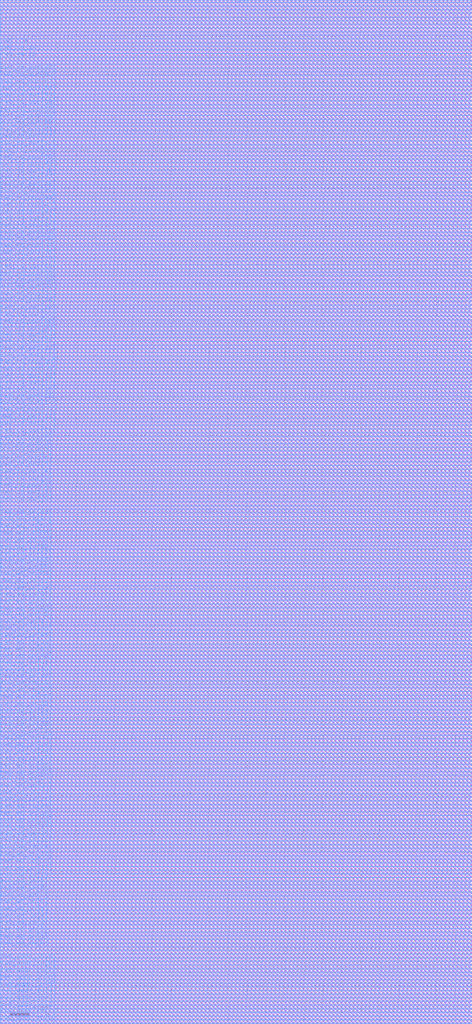
<source format=lef>
# Generated by FakeRAM 2.0
VERSION 5.7 ;
BUSBITCHARS "[]" ;
PROPERTYDEFINITIONS
  MACRO width INTEGER ;
  MACRO depth INTEGER ;
  MACRO banks INTEGER ;
END PROPERTYDEFINITIONS
MACRO liteeth_1rw1r_64w1024d_sram
  PROPERTY width 64 ;
  PROPERTY depth 1024 ;
  PROPERTY banks 1 ;
  FOREIGN liteeth_1rw1r_64w1024d_sram 0 0 ;
  SYMMETRY X Y R90 ;
  SIZE 49.767 BY 107.828 ;
  CLASS BLOCK ;
  PIN r0_addr_in[0]
    DIRECTION INPUT ;
    USE SIGNAL ;
    SHAPE ABUTMENT ;
    PORT
      LAYER M4 ;
      RECT 49.743 0.048 49.767 0.072 ;
    END
  END r0_addr_in[0]
  PIN r0_addr_in[1]
    DIRECTION INPUT ;
    USE SIGNAL ;
    SHAPE ABUTMENT ;
    PORT
      LAYER M4 ;
      RECT 49.743 0.768 49.767 0.792 ;
    END
  END r0_addr_in[1]
  PIN r0_addr_in[2]
    DIRECTION INPUT ;
    USE SIGNAL ;
    SHAPE ABUTMENT ;
    PORT
      LAYER M4 ;
      RECT 49.743 1.488 49.767 1.512 ;
    END
  END r0_addr_in[2]
  PIN r0_addr_in[3]
    DIRECTION INPUT ;
    USE SIGNAL ;
    SHAPE ABUTMENT ;
    PORT
      LAYER M4 ;
      RECT 49.743 2.208 49.767 2.232 ;
    END
  END r0_addr_in[3]
  PIN r0_addr_in[4]
    DIRECTION INPUT ;
    USE SIGNAL ;
    SHAPE ABUTMENT ;
    PORT
      LAYER M4 ;
      RECT 49.743 2.928 49.767 2.952 ;
    END
  END r0_addr_in[4]
  PIN r0_addr_in[5]
    DIRECTION INPUT ;
    USE SIGNAL ;
    SHAPE ABUTMENT ;
    PORT
      LAYER M4 ;
      RECT 49.743 3.648 49.767 3.672 ;
    END
  END r0_addr_in[5]
  PIN r0_addr_in[6]
    DIRECTION INPUT ;
    USE SIGNAL ;
    SHAPE ABUTMENT ;
    PORT
      LAYER M4 ;
      RECT 49.743 4.368 49.767 4.392 ;
    END
  END r0_addr_in[6]
  PIN r0_addr_in[7]
    DIRECTION INPUT ;
    USE SIGNAL ;
    SHAPE ABUTMENT ;
    PORT
      LAYER M4 ;
      RECT 49.743 5.088 49.767 5.112 ;
    END
  END r0_addr_in[7]
  PIN r0_addr_in[8]
    DIRECTION INPUT ;
    USE SIGNAL ;
    SHAPE ABUTMENT ;
    PORT
      LAYER M4 ;
      RECT 49.743 5.808 49.767 5.832 ;
    END
  END r0_addr_in[8]
  PIN r0_addr_in[9]
    DIRECTION INPUT ;
    USE SIGNAL ;
    SHAPE ABUTMENT ;
    PORT
      LAYER M4 ;
      RECT 49.743 6.528 49.767 6.552 ;
    END
  END r0_addr_in[9]
  PIN r0_rd_out[0]
    DIRECTION OUTPUT ;
    USE SIGNAL ;
    SHAPE ABUTMENT ;
    PORT
      LAYER M4 ;
      RECT 49.743 7.968 49.767 7.992 ;
    END
  END r0_rd_out[0]
  PIN r0_rd_out[1]
    DIRECTION OUTPUT ;
    USE SIGNAL ;
    SHAPE ABUTMENT ;
    PORT
      LAYER M4 ;
      RECT 49.743 8.688 49.767 8.712 ;
    END
  END r0_rd_out[1]
  PIN r0_rd_out[2]
    DIRECTION OUTPUT ;
    USE SIGNAL ;
    SHAPE ABUTMENT ;
    PORT
      LAYER M4 ;
      RECT 49.743 9.408 49.767 9.432 ;
    END
  END r0_rd_out[2]
  PIN r0_rd_out[3]
    DIRECTION OUTPUT ;
    USE SIGNAL ;
    SHAPE ABUTMENT ;
    PORT
      LAYER M4 ;
      RECT 49.743 10.128 49.767 10.152 ;
    END
  END r0_rd_out[3]
  PIN r0_rd_out[4]
    DIRECTION OUTPUT ;
    USE SIGNAL ;
    SHAPE ABUTMENT ;
    PORT
      LAYER M4 ;
      RECT 49.743 10.848 49.767 10.872 ;
    END
  END r0_rd_out[4]
  PIN r0_rd_out[5]
    DIRECTION OUTPUT ;
    USE SIGNAL ;
    SHAPE ABUTMENT ;
    PORT
      LAYER M4 ;
      RECT 49.743 11.568 49.767 11.592 ;
    END
  END r0_rd_out[5]
  PIN r0_rd_out[6]
    DIRECTION OUTPUT ;
    USE SIGNAL ;
    SHAPE ABUTMENT ;
    PORT
      LAYER M4 ;
      RECT 49.743 12.288 49.767 12.312 ;
    END
  END r0_rd_out[6]
  PIN r0_rd_out[7]
    DIRECTION OUTPUT ;
    USE SIGNAL ;
    SHAPE ABUTMENT ;
    PORT
      LAYER M4 ;
      RECT 49.743 13.008 49.767 13.032 ;
    END
  END r0_rd_out[7]
  PIN r0_rd_out[8]
    DIRECTION OUTPUT ;
    USE SIGNAL ;
    SHAPE ABUTMENT ;
    PORT
      LAYER M4 ;
      RECT 49.743 13.728 49.767 13.752 ;
    END
  END r0_rd_out[8]
  PIN r0_rd_out[9]
    DIRECTION OUTPUT ;
    USE SIGNAL ;
    SHAPE ABUTMENT ;
    PORT
      LAYER M4 ;
      RECT 49.743 14.448 49.767 14.472 ;
    END
  END r0_rd_out[9]
  PIN r0_rd_out[10]
    DIRECTION OUTPUT ;
    USE SIGNAL ;
    SHAPE ABUTMENT ;
    PORT
      LAYER M4 ;
      RECT 49.743 15.168 49.767 15.192 ;
    END
  END r0_rd_out[10]
  PIN r0_rd_out[11]
    DIRECTION OUTPUT ;
    USE SIGNAL ;
    SHAPE ABUTMENT ;
    PORT
      LAYER M4 ;
      RECT 49.743 15.888 49.767 15.912 ;
    END
  END r0_rd_out[11]
  PIN r0_rd_out[12]
    DIRECTION OUTPUT ;
    USE SIGNAL ;
    SHAPE ABUTMENT ;
    PORT
      LAYER M4 ;
      RECT 49.743 16.608 49.767 16.632 ;
    END
  END r0_rd_out[12]
  PIN r0_rd_out[13]
    DIRECTION OUTPUT ;
    USE SIGNAL ;
    SHAPE ABUTMENT ;
    PORT
      LAYER M4 ;
      RECT 49.743 17.328 49.767 17.352 ;
    END
  END r0_rd_out[13]
  PIN r0_rd_out[14]
    DIRECTION OUTPUT ;
    USE SIGNAL ;
    SHAPE ABUTMENT ;
    PORT
      LAYER M4 ;
      RECT 49.743 18.048 49.767 18.072 ;
    END
  END r0_rd_out[14]
  PIN r0_rd_out[15]
    DIRECTION OUTPUT ;
    USE SIGNAL ;
    SHAPE ABUTMENT ;
    PORT
      LAYER M4 ;
      RECT 49.743 18.768 49.767 18.792 ;
    END
  END r0_rd_out[15]
  PIN r0_rd_out[16]
    DIRECTION OUTPUT ;
    USE SIGNAL ;
    SHAPE ABUTMENT ;
    PORT
      LAYER M4 ;
      RECT 49.743 19.488 49.767 19.512 ;
    END
  END r0_rd_out[16]
  PIN r0_rd_out[17]
    DIRECTION OUTPUT ;
    USE SIGNAL ;
    SHAPE ABUTMENT ;
    PORT
      LAYER M4 ;
      RECT 49.743 20.208 49.767 20.232 ;
    END
  END r0_rd_out[17]
  PIN r0_rd_out[18]
    DIRECTION OUTPUT ;
    USE SIGNAL ;
    SHAPE ABUTMENT ;
    PORT
      LAYER M4 ;
      RECT 49.743 20.928 49.767 20.952 ;
    END
  END r0_rd_out[18]
  PIN r0_rd_out[19]
    DIRECTION OUTPUT ;
    USE SIGNAL ;
    SHAPE ABUTMENT ;
    PORT
      LAYER M4 ;
      RECT 49.743 21.648 49.767 21.672 ;
    END
  END r0_rd_out[19]
  PIN r0_rd_out[20]
    DIRECTION OUTPUT ;
    USE SIGNAL ;
    SHAPE ABUTMENT ;
    PORT
      LAYER M4 ;
      RECT 49.743 22.368 49.767 22.392 ;
    END
  END r0_rd_out[20]
  PIN r0_rd_out[21]
    DIRECTION OUTPUT ;
    USE SIGNAL ;
    SHAPE ABUTMENT ;
    PORT
      LAYER M4 ;
      RECT 49.743 23.088 49.767 23.112 ;
    END
  END r0_rd_out[21]
  PIN r0_rd_out[22]
    DIRECTION OUTPUT ;
    USE SIGNAL ;
    SHAPE ABUTMENT ;
    PORT
      LAYER M4 ;
      RECT 49.743 23.808 49.767 23.832 ;
    END
  END r0_rd_out[22]
  PIN r0_rd_out[23]
    DIRECTION OUTPUT ;
    USE SIGNAL ;
    SHAPE ABUTMENT ;
    PORT
      LAYER M4 ;
      RECT 49.743 24.528 49.767 24.552 ;
    END
  END r0_rd_out[23]
  PIN r0_rd_out[24]
    DIRECTION OUTPUT ;
    USE SIGNAL ;
    SHAPE ABUTMENT ;
    PORT
      LAYER M4 ;
      RECT 49.743 25.248 49.767 25.272 ;
    END
  END r0_rd_out[24]
  PIN r0_rd_out[25]
    DIRECTION OUTPUT ;
    USE SIGNAL ;
    SHAPE ABUTMENT ;
    PORT
      LAYER M4 ;
      RECT 49.743 25.968 49.767 25.992 ;
    END
  END r0_rd_out[25]
  PIN r0_rd_out[26]
    DIRECTION OUTPUT ;
    USE SIGNAL ;
    SHAPE ABUTMENT ;
    PORT
      LAYER M4 ;
      RECT 49.743 26.688 49.767 26.712 ;
    END
  END r0_rd_out[26]
  PIN r0_rd_out[27]
    DIRECTION OUTPUT ;
    USE SIGNAL ;
    SHAPE ABUTMENT ;
    PORT
      LAYER M4 ;
      RECT 49.743 27.408 49.767 27.432 ;
    END
  END r0_rd_out[27]
  PIN r0_rd_out[28]
    DIRECTION OUTPUT ;
    USE SIGNAL ;
    SHAPE ABUTMENT ;
    PORT
      LAYER M4 ;
      RECT 49.743 28.128 49.767 28.152 ;
    END
  END r0_rd_out[28]
  PIN r0_rd_out[29]
    DIRECTION OUTPUT ;
    USE SIGNAL ;
    SHAPE ABUTMENT ;
    PORT
      LAYER M4 ;
      RECT 49.743 28.848 49.767 28.872 ;
    END
  END r0_rd_out[29]
  PIN r0_rd_out[30]
    DIRECTION OUTPUT ;
    USE SIGNAL ;
    SHAPE ABUTMENT ;
    PORT
      LAYER M4 ;
      RECT 49.743 29.568 49.767 29.592 ;
    END
  END r0_rd_out[30]
  PIN r0_rd_out[31]
    DIRECTION OUTPUT ;
    USE SIGNAL ;
    SHAPE ABUTMENT ;
    PORT
      LAYER M4 ;
      RECT 49.743 30.288 49.767 30.312 ;
    END
  END r0_rd_out[31]
  PIN r0_rd_out[32]
    DIRECTION OUTPUT ;
    USE SIGNAL ;
    SHAPE ABUTMENT ;
    PORT
      LAYER M4 ;
      RECT 49.743 31.008 49.767 31.032 ;
    END
  END r0_rd_out[32]
  PIN r0_rd_out[33]
    DIRECTION OUTPUT ;
    USE SIGNAL ;
    SHAPE ABUTMENT ;
    PORT
      LAYER M4 ;
      RECT 49.743 31.728 49.767 31.752 ;
    END
  END r0_rd_out[33]
  PIN r0_rd_out[34]
    DIRECTION OUTPUT ;
    USE SIGNAL ;
    SHAPE ABUTMENT ;
    PORT
      LAYER M4 ;
      RECT 49.743 32.448 49.767 32.472 ;
    END
  END r0_rd_out[34]
  PIN r0_rd_out[35]
    DIRECTION OUTPUT ;
    USE SIGNAL ;
    SHAPE ABUTMENT ;
    PORT
      LAYER M4 ;
      RECT 49.743 33.168 49.767 33.192 ;
    END
  END r0_rd_out[35]
  PIN r0_rd_out[36]
    DIRECTION OUTPUT ;
    USE SIGNAL ;
    SHAPE ABUTMENT ;
    PORT
      LAYER M4 ;
      RECT 49.743 33.888 49.767 33.912 ;
    END
  END r0_rd_out[36]
  PIN r0_rd_out[37]
    DIRECTION OUTPUT ;
    USE SIGNAL ;
    SHAPE ABUTMENT ;
    PORT
      LAYER M4 ;
      RECT 49.743 34.608 49.767 34.632 ;
    END
  END r0_rd_out[37]
  PIN r0_rd_out[38]
    DIRECTION OUTPUT ;
    USE SIGNAL ;
    SHAPE ABUTMENT ;
    PORT
      LAYER M4 ;
      RECT 49.743 35.328 49.767 35.352 ;
    END
  END r0_rd_out[38]
  PIN r0_rd_out[39]
    DIRECTION OUTPUT ;
    USE SIGNAL ;
    SHAPE ABUTMENT ;
    PORT
      LAYER M4 ;
      RECT 49.743 36.048 49.767 36.072 ;
    END
  END r0_rd_out[39]
  PIN r0_rd_out[40]
    DIRECTION OUTPUT ;
    USE SIGNAL ;
    SHAPE ABUTMENT ;
    PORT
      LAYER M4 ;
      RECT 49.743 36.768 49.767 36.792 ;
    END
  END r0_rd_out[40]
  PIN r0_rd_out[41]
    DIRECTION OUTPUT ;
    USE SIGNAL ;
    SHAPE ABUTMENT ;
    PORT
      LAYER M4 ;
      RECT 49.743 37.488 49.767 37.512 ;
    END
  END r0_rd_out[41]
  PIN r0_rd_out[42]
    DIRECTION OUTPUT ;
    USE SIGNAL ;
    SHAPE ABUTMENT ;
    PORT
      LAYER M4 ;
      RECT 49.743 38.208 49.767 38.232 ;
    END
  END r0_rd_out[42]
  PIN r0_rd_out[43]
    DIRECTION OUTPUT ;
    USE SIGNAL ;
    SHAPE ABUTMENT ;
    PORT
      LAYER M4 ;
      RECT 49.743 38.928 49.767 38.952 ;
    END
  END r0_rd_out[43]
  PIN r0_rd_out[44]
    DIRECTION OUTPUT ;
    USE SIGNAL ;
    SHAPE ABUTMENT ;
    PORT
      LAYER M4 ;
      RECT 49.743 39.648 49.767 39.672 ;
    END
  END r0_rd_out[44]
  PIN r0_rd_out[45]
    DIRECTION OUTPUT ;
    USE SIGNAL ;
    SHAPE ABUTMENT ;
    PORT
      LAYER M4 ;
      RECT 49.743 40.368 49.767 40.392 ;
    END
  END r0_rd_out[45]
  PIN r0_rd_out[46]
    DIRECTION OUTPUT ;
    USE SIGNAL ;
    SHAPE ABUTMENT ;
    PORT
      LAYER M4 ;
      RECT 49.743 41.088 49.767 41.112 ;
    END
  END r0_rd_out[46]
  PIN r0_rd_out[47]
    DIRECTION OUTPUT ;
    USE SIGNAL ;
    SHAPE ABUTMENT ;
    PORT
      LAYER M4 ;
      RECT 49.743 41.808 49.767 41.832 ;
    END
  END r0_rd_out[47]
  PIN r0_rd_out[48]
    DIRECTION OUTPUT ;
    USE SIGNAL ;
    SHAPE ABUTMENT ;
    PORT
      LAYER M4 ;
      RECT 49.743 42.528 49.767 42.552 ;
    END
  END r0_rd_out[48]
  PIN r0_rd_out[49]
    DIRECTION OUTPUT ;
    USE SIGNAL ;
    SHAPE ABUTMENT ;
    PORT
      LAYER M4 ;
      RECT 49.743 43.248 49.767 43.272 ;
    END
  END r0_rd_out[49]
  PIN r0_rd_out[50]
    DIRECTION OUTPUT ;
    USE SIGNAL ;
    SHAPE ABUTMENT ;
    PORT
      LAYER M4 ;
      RECT 49.743 43.968 49.767 43.992 ;
    END
  END r0_rd_out[50]
  PIN r0_rd_out[51]
    DIRECTION OUTPUT ;
    USE SIGNAL ;
    SHAPE ABUTMENT ;
    PORT
      LAYER M4 ;
      RECT 49.743 44.688 49.767 44.712 ;
    END
  END r0_rd_out[51]
  PIN r0_rd_out[52]
    DIRECTION OUTPUT ;
    USE SIGNAL ;
    SHAPE ABUTMENT ;
    PORT
      LAYER M4 ;
      RECT 49.743 45.408 49.767 45.432 ;
    END
  END r0_rd_out[52]
  PIN r0_rd_out[53]
    DIRECTION OUTPUT ;
    USE SIGNAL ;
    SHAPE ABUTMENT ;
    PORT
      LAYER M4 ;
      RECT 49.743 46.128 49.767 46.152 ;
    END
  END r0_rd_out[53]
  PIN r0_rd_out[54]
    DIRECTION OUTPUT ;
    USE SIGNAL ;
    SHAPE ABUTMENT ;
    PORT
      LAYER M4 ;
      RECT 49.743 46.848 49.767 46.872 ;
    END
  END r0_rd_out[54]
  PIN r0_rd_out[55]
    DIRECTION OUTPUT ;
    USE SIGNAL ;
    SHAPE ABUTMENT ;
    PORT
      LAYER M4 ;
      RECT 49.743 47.568 49.767 47.592 ;
    END
  END r0_rd_out[55]
  PIN r0_rd_out[56]
    DIRECTION OUTPUT ;
    USE SIGNAL ;
    SHAPE ABUTMENT ;
    PORT
      LAYER M4 ;
      RECT 49.743 48.288 49.767 48.312 ;
    END
  END r0_rd_out[56]
  PIN r0_rd_out[57]
    DIRECTION OUTPUT ;
    USE SIGNAL ;
    SHAPE ABUTMENT ;
    PORT
      LAYER M4 ;
      RECT 49.743 49.008 49.767 49.032 ;
    END
  END r0_rd_out[57]
  PIN r0_rd_out[58]
    DIRECTION OUTPUT ;
    USE SIGNAL ;
    SHAPE ABUTMENT ;
    PORT
      LAYER M4 ;
      RECT 49.743 49.728 49.767 49.752 ;
    END
  END r0_rd_out[58]
  PIN r0_rd_out[59]
    DIRECTION OUTPUT ;
    USE SIGNAL ;
    SHAPE ABUTMENT ;
    PORT
      LAYER M4 ;
      RECT 49.743 50.448 49.767 50.472 ;
    END
  END r0_rd_out[59]
  PIN r0_rd_out[60]
    DIRECTION OUTPUT ;
    USE SIGNAL ;
    SHAPE ABUTMENT ;
    PORT
      LAYER M4 ;
      RECT 49.743 51.168 49.767 51.192 ;
    END
  END r0_rd_out[60]
  PIN r0_rd_out[61]
    DIRECTION OUTPUT ;
    USE SIGNAL ;
    SHAPE ABUTMENT ;
    PORT
      LAYER M4 ;
      RECT 49.743 51.888 49.767 51.912 ;
    END
  END r0_rd_out[61]
  PIN r0_rd_out[62]
    DIRECTION OUTPUT ;
    USE SIGNAL ;
    SHAPE ABUTMENT ;
    PORT
      LAYER M4 ;
      RECT 49.743 52.608 49.767 52.632 ;
    END
  END r0_rd_out[62]
  PIN r0_rd_out[63]
    DIRECTION OUTPUT ;
    USE SIGNAL ;
    SHAPE ABUTMENT ;
    PORT
      LAYER M4 ;
      RECT 49.743 53.328 49.767 53.352 ;
    END
  END r0_rd_out[63]
  PIN r0_ce_in
    DIRECTION INPUT ;
    USE SIGNAL ;
    SHAPE ABUTMENT ;
    PORT
      LAYER M4 ;
      RECT 49.743 54.768 49.767 54.792 ;
    END
  END r0_ce_in
  PIN r0_clk
    DIRECTION INPUT ;
    USE SIGNAL ;
    SHAPE ABUTMENT ;
    PORT
      LAYER M4 ;
      RECT 49.743 55.488 49.767 55.512 ;
    END
  END r0_clk
  PIN rw0_addr_in[0]
    DIRECTION INPUT ;
    USE SIGNAL ;
    SHAPE ABUTMENT ;
    PORT
      LAYER M4 ;
      RECT 0.000 0.048 0.024 0.072 ;
    END
  END rw0_addr_in[0]
  PIN rw0_addr_in[1]
    DIRECTION INPUT ;
    USE SIGNAL ;
    SHAPE ABUTMENT ;
    PORT
      LAYER M4 ;
      RECT 0.000 0.768 0.024 0.792 ;
    END
  END rw0_addr_in[1]
  PIN rw0_addr_in[2]
    DIRECTION INPUT ;
    USE SIGNAL ;
    SHAPE ABUTMENT ;
    PORT
      LAYER M4 ;
      RECT 0.000 1.488 0.024 1.512 ;
    END
  END rw0_addr_in[2]
  PIN rw0_addr_in[3]
    DIRECTION INPUT ;
    USE SIGNAL ;
    SHAPE ABUTMENT ;
    PORT
      LAYER M4 ;
      RECT 0.000 2.208 0.024 2.232 ;
    END
  END rw0_addr_in[3]
  PIN rw0_addr_in[4]
    DIRECTION INPUT ;
    USE SIGNAL ;
    SHAPE ABUTMENT ;
    PORT
      LAYER M4 ;
      RECT 0.000 2.928 0.024 2.952 ;
    END
  END rw0_addr_in[4]
  PIN rw0_addr_in[5]
    DIRECTION INPUT ;
    USE SIGNAL ;
    SHAPE ABUTMENT ;
    PORT
      LAYER M4 ;
      RECT 0.000 3.648 0.024 3.672 ;
    END
  END rw0_addr_in[5]
  PIN rw0_addr_in[6]
    DIRECTION INPUT ;
    USE SIGNAL ;
    SHAPE ABUTMENT ;
    PORT
      LAYER M4 ;
      RECT 0.000 4.368 0.024 4.392 ;
    END
  END rw0_addr_in[6]
  PIN rw0_addr_in[7]
    DIRECTION INPUT ;
    USE SIGNAL ;
    SHAPE ABUTMENT ;
    PORT
      LAYER M4 ;
      RECT 0.000 5.088 0.024 5.112 ;
    END
  END rw0_addr_in[7]
  PIN rw0_addr_in[8]
    DIRECTION INPUT ;
    USE SIGNAL ;
    SHAPE ABUTMENT ;
    PORT
      LAYER M4 ;
      RECT 0.000 5.808 0.024 5.832 ;
    END
  END rw0_addr_in[8]
  PIN rw0_addr_in[9]
    DIRECTION INPUT ;
    USE SIGNAL ;
    SHAPE ABUTMENT ;
    PORT
      LAYER M4 ;
      RECT 0.000 6.528 0.024 6.552 ;
    END
  END rw0_addr_in[9]
  PIN rw0_wd_in[0]
    DIRECTION INPUT ;
    USE SIGNAL ;
    SHAPE ABUTMENT ;
    PORT
      LAYER M4 ;
      RECT 0.000 7.968 0.024 7.992 ;
    END
  END rw0_wd_in[0]
  PIN rw0_wd_in[1]
    DIRECTION INPUT ;
    USE SIGNAL ;
    SHAPE ABUTMENT ;
    PORT
      LAYER M4 ;
      RECT 0.000 8.688 0.024 8.712 ;
    END
  END rw0_wd_in[1]
  PIN rw0_wd_in[2]
    DIRECTION INPUT ;
    USE SIGNAL ;
    SHAPE ABUTMENT ;
    PORT
      LAYER M4 ;
      RECT 0.000 9.408 0.024 9.432 ;
    END
  END rw0_wd_in[2]
  PIN rw0_wd_in[3]
    DIRECTION INPUT ;
    USE SIGNAL ;
    SHAPE ABUTMENT ;
    PORT
      LAYER M4 ;
      RECT 0.000 10.128 0.024 10.152 ;
    END
  END rw0_wd_in[3]
  PIN rw0_wd_in[4]
    DIRECTION INPUT ;
    USE SIGNAL ;
    SHAPE ABUTMENT ;
    PORT
      LAYER M4 ;
      RECT 0.000 10.848 0.024 10.872 ;
    END
  END rw0_wd_in[4]
  PIN rw0_wd_in[5]
    DIRECTION INPUT ;
    USE SIGNAL ;
    SHAPE ABUTMENT ;
    PORT
      LAYER M4 ;
      RECT 0.000 11.568 0.024 11.592 ;
    END
  END rw0_wd_in[5]
  PIN rw0_wd_in[6]
    DIRECTION INPUT ;
    USE SIGNAL ;
    SHAPE ABUTMENT ;
    PORT
      LAYER M4 ;
      RECT 0.000 12.288 0.024 12.312 ;
    END
  END rw0_wd_in[6]
  PIN rw0_wd_in[7]
    DIRECTION INPUT ;
    USE SIGNAL ;
    SHAPE ABUTMENT ;
    PORT
      LAYER M4 ;
      RECT 0.000 13.008 0.024 13.032 ;
    END
  END rw0_wd_in[7]
  PIN rw0_wd_in[8]
    DIRECTION INPUT ;
    USE SIGNAL ;
    SHAPE ABUTMENT ;
    PORT
      LAYER M4 ;
      RECT 0.000 13.728 0.024 13.752 ;
    END
  END rw0_wd_in[8]
  PIN rw0_wd_in[9]
    DIRECTION INPUT ;
    USE SIGNAL ;
    SHAPE ABUTMENT ;
    PORT
      LAYER M4 ;
      RECT 0.000 14.448 0.024 14.472 ;
    END
  END rw0_wd_in[9]
  PIN rw0_wd_in[10]
    DIRECTION INPUT ;
    USE SIGNAL ;
    SHAPE ABUTMENT ;
    PORT
      LAYER M4 ;
      RECT 0.000 15.168 0.024 15.192 ;
    END
  END rw0_wd_in[10]
  PIN rw0_wd_in[11]
    DIRECTION INPUT ;
    USE SIGNAL ;
    SHAPE ABUTMENT ;
    PORT
      LAYER M4 ;
      RECT 0.000 15.888 0.024 15.912 ;
    END
  END rw0_wd_in[11]
  PIN rw0_wd_in[12]
    DIRECTION INPUT ;
    USE SIGNAL ;
    SHAPE ABUTMENT ;
    PORT
      LAYER M4 ;
      RECT 0.000 16.608 0.024 16.632 ;
    END
  END rw0_wd_in[12]
  PIN rw0_wd_in[13]
    DIRECTION INPUT ;
    USE SIGNAL ;
    SHAPE ABUTMENT ;
    PORT
      LAYER M4 ;
      RECT 0.000 17.328 0.024 17.352 ;
    END
  END rw0_wd_in[13]
  PIN rw0_wd_in[14]
    DIRECTION INPUT ;
    USE SIGNAL ;
    SHAPE ABUTMENT ;
    PORT
      LAYER M4 ;
      RECT 0.000 18.048 0.024 18.072 ;
    END
  END rw0_wd_in[14]
  PIN rw0_wd_in[15]
    DIRECTION INPUT ;
    USE SIGNAL ;
    SHAPE ABUTMENT ;
    PORT
      LAYER M4 ;
      RECT 0.000 18.768 0.024 18.792 ;
    END
  END rw0_wd_in[15]
  PIN rw0_wd_in[16]
    DIRECTION INPUT ;
    USE SIGNAL ;
    SHAPE ABUTMENT ;
    PORT
      LAYER M4 ;
      RECT 0.000 19.488 0.024 19.512 ;
    END
  END rw0_wd_in[16]
  PIN rw0_wd_in[17]
    DIRECTION INPUT ;
    USE SIGNAL ;
    SHAPE ABUTMENT ;
    PORT
      LAYER M4 ;
      RECT 0.000 20.208 0.024 20.232 ;
    END
  END rw0_wd_in[17]
  PIN rw0_wd_in[18]
    DIRECTION INPUT ;
    USE SIGNAL ;
    SHAPE ABUTMENT ;
    PORT
      LAYER M4 ;
      RECT 0.000 20.928 0.024 20.952 ;
    END
  END rw0_wd_in[18]
  PIN rw0_wd_in[19]
    DIRECTION INPUT ;
    USE SIGNAL ;
    SHAPE ABUTMENT ;
    PORT
      LAYER M4 ;
      RECT 0.000 21.648 0.024 21.672 ;
    END
  END rw0_wd_in[19]
  PIN rw0_wd_in[20]
    DIRECTION INPUT ;
    USE SIGNAL ;
    SHAPE ABUTMENT ;
    PORT
      LAYER M4 ;
      RECT 0.000 22.368 0.024 22.392 ;
    END
  END rw0_wd_in[20]
  PIN rw0_wd_in[21]
    DIRECTION INPUT ;
    USE SIGNAL ;
    SHAPE ABUTMENT ;
    PORT
      LAYER M4 ;
      RECT 0.000 23.088 0.024 23.112 ;
    END
  END rw0_wd_in[21]
  PIN rw0_wd_in[22]
    DIRECTION INPUT ;
    USE SIGNAL ;
    SHAPE ABUTMENT ;
    PORT
      LAYER M4 ;
      RECT 0.000 23.808 0.024 23.832 ;
    END
  END rw0_wd_in[22]
  PIN rw0_wd_in[23]
    DIRECTION INPUT ;
    USE SIGNAL ;
    SHAPE ABUTMENT ;
    PORT
      LAYER M4 ;
      RECT 0.000 24.528 0.024 24.552 ;
    END
  END rw0_wd_in[23]
  PIN rw0_wd_in[24]
    DIRECTION INPUT ;
    USE SIGNAL ;
    SHAPE ABUTMENT ;
    PORT
      LAYER M4 ;
      RECT 0.000 25.248 0.024 25.272 ;
    END
  END rw0_wd_in[24]
  PIN rw0_wd_in[25]
    DIRECTION INPUT ;
    USE SIGNAL ;
    SHAPE ABUTMENT ;
    PORT
      LAYER M4 ;
      RECT 0.000 25.968 0.024 25.992 ;
    END
  END rw0_wd_in[25]
  PIN rw0_wd_in[26]
    DIRECTION INPUT ;
    USE SIGNAL ;
    SHAPE ABUTMENT ;
    PORT
      LAYER M4 ;
      RECT 0.000 26.688 0.024 26.712 ;
    END
  END rw0_wd_in[26]
  PIN rw0_wd_in[27]
    DIRECTION INPUT ;
    USE SIGNAL ;
    SHAPE ABUTMENT ;
    PORT
      LAYER M4 ;
      RECT 0.000 27.408 0.024 27.432 ;
    END
  END rw0_wd_in[27]
  PIN rw0_wd_in[28]
    DIRECTION INPUT ;
    USE SIGNAL ;
    SHAPE ABUTMENT ;
    PORT
      LAYER M4 ;
      RECT 0.000 28.128 0.024 28.152 ;
    END
  END rw0_wd_in[28]
  PIN rw0_wd_in[29]
    DIRECTION INPUT ;
    USE SIGNAL ;
    SHAPE ABUTMENT ;
    PORT
      LAYER M4 ;
      RECT 0.000 28.848 0.024 28.872 ;
    END
  END rw0_wd_in[29]
  PIN rw0_wd_in[30]
    DIRECTION INPUT ;
    USE SIGNAL ;
    SHAPE ABUTMENT ;
    PORT
      LAYER M4 ;
      RECT 0.000 29.568 0.024 29.592 ;
    END
  END rw0_wd_in[30]
  PIN rw0_wd_in[31]
    DIRECTION INPUT ;
    USE SIGNAL ;
    SHAPE ABUTMENT ;
    PORT
      LAYER M4 ;
      RECT 0.000 30.288 0.024 30.312 ;
    END
  END rw0_wd_in[31]
  PIN rw0_wd_in[32]
    DIRECTION INPUT ;
    USE SIGNAL ;
    SHAPE ABUTMENT ;
    PORT
      LAYER M4 ;
      RECT 0.000 31.008 0.024 31.032 ;
    END
  END rw0_wd_in[32]
  PIN rw0_wd_in[33]
    DIRECTION INPUT ;
    USE SIGNAL ;
    SHAPE ABUTMENT ;
    PORT
      LAYER M4 ;
      RECT 0.000 31.728 0.024 31.752 ;
    END
  END rw0_wd_in[33]
  PIN rw0_wd_in[34]
    DIRECTION INPUT ;
    USE SIGNAL ;
    SHAPE ABUTMENT ;
    PORT
      LAYER M4 ;
      RECT 0.000 32.448 0.024 32.472 ;
    END
  END rw0_wd_in[34]
  PIN rw0_wd_in[35]
    DIRECTION INPUT ;
    USE SIGNAL ;
    SHAPE ABUTMENT ;
    PORT
      LAYER M4 ;
      RECT 0.000 33.168 0.024 33.192 ;
    END
  END rw0_wd_in[35]
  PIN rw0_wd_in[36]
    DIRECTION INPUT ;
    USE SIGNAL ;
    SHAPE ABUTMENT ;
    PORT
      LAYER M4 ;
      RECT 0.000 33.888 0.024 33.912 ;
    END
  END rw0_wd_in[36]
  PIN rw0_wd_in[37]
    DIRECTION INPUT ;
    USE SIGNAL ;
    SHAPE ABUTMENT ;
    PORT
      LAYER M4 ;
      RECT 0.000 34.608 0.024 34.632 ;
    END
  END rw0_wd_in[37]
  PIN rw0_wd_in[38]
    DIRECTION INPUT ;
    USE SIGNAL ;
    SHAPE ABUTMENT ;
    PORT
      LAYER M4 ;
      RECT 0.000 35.328 0.024 35.352 ;
    END
  END rw0_wd_in[38]
  PIN rw0_wd_in[39]
    DIRECTION INPUT ;
    USE SIGNAL ;
    SHAPE ABUTMENT ;
    PORT
      LAYER M4 ;
      RECT 0.000 36.048 0.024 36.072 ;
    END
  END rw0_wd_in[39]
  PIN rw0_wd_in[40]
    DIRECTION INPUT ;
    USE SIGNAL ;
    SHAPE ABUTMENT ;
    PORT
      LAYER M4 ;
      RECT 0.000 36.768 0.024 36.792 ;
    END
  END rw0_wd_in[40]
  PIN rw0_wd_in[41]
    DIRECTION INPUT ;
    USE SIGNAL ;
    SHAPE ABUTMENT ;
    PORT
      LAYER M4 ;
      RECT 0.000 37.488 0.024 37.512 ;
    END
  END rw0_wd_in[41]
  PIN rw0_wd_in[42]
    DIRECTION INPUT ;
    USE SIGNAL ;
    SHAPE ABUTMENT ;
    PORT
      LAYER M4 ;
      RECT 0.000 38.208 0.024 38.232 ;
    END
  END rw0_wd_in[42]
  PIN rw0_wd_in[43]
    DIRECTION INPUT ;
    USE SIGNAL ;
    SHAPE ABUTMENT ;
    PORT
      LAYER M4 ;
      RECT 0.000 38.928 0.024 38.952 ;
    END
  END rw0_wd_in[43]
  PIN rw0_wd_in[44]
    DIRECTION INPUT ;
    USE SIGNAL ;
    SHAPE ABUTMENT ;
    PORT
      LAYER M4 ;
      RECT 0.000 39.648 0.024 39.672 ;
    END
  END rw0_wd_in[44]
  PIN rw0_wd_in[45]
    DIRECTION INPUT ;
    USE SIGNAL ;
    SHAPE ABUTMENT ;
    PORT
      LAYER M4 ;
      RECT 0.000 40.368 0.024 40.392 ;
    END
  END rw0_wd_in[45]
  PIN rw0_wd_in[46]
    DIRECTION INPUT ;
    USE SIGNAL ;
    SHAPE ABUTMENT ;
    PORT
      LAYER M4 ;
      RECT 0.000 41.088 0.024 41.112 ;
    END
  END rw0_wd_in[46]
  PIN rw0_wd_in[47]
    DIRECTION INPUT ;
    USE SIGNAL ;
    SHAPE ABUTMENT ;
    PORT
      LAYER M4 ;
      RECT 0.000 41.808 0.024 41.832 ;
    END
  END rw0_wd_in[47]
  PIN rw0_wd_in[48]
    DIRECTION INPUT ;
    USE SIGNAL ;
    SHAPE ABUTMENT ;
    PORT
      LAYER M4 ;
      RECT 0.000 42.528 0.024 42.552 ;
    END
  END rw0_wd_in[48]
  PIN rw0_wd_in[49]
    DIRECTION INPUT ;
    USE SIGNAL ;
    SHAPE ABUTMENT ;
    PORT
      LAYER M4 ;
      RECT 0.000 43.248 0.024 43.272 ;
    END
  END rw0_wd_in[49]
  PIN rw0_wd_in[50]
    DIRECTION INPUT ;
    USE SIGNAL ;
    SHAPE ABUTMENT ;
    PORT
      LAYER M4 ;
      RECT 0.000 43.968 0.024 43.992 ;
    END
  END rw0_wd_in[50]
  PIN rw0_wd_in[51]
    DIRECTION INPUT ;
    USE SIGNAL ;
    SHAPE ABUTMENT ;
    PORT
      LAYER M4 ;
      RECT 0.000 44.688 0.024 44.712 ;
    END
  END rw0_wd_in[51]
  PIN rw0_wd_in[52]
    DIRECTION INPUT ;
    USE SIGNAL ;
    SHAPE ABUTMENT ;
    PORT
      LAYER M4 ;
      RECT 0.000 45.408 0.024 45.432 ;
    END
  END rw0_wd_in[52]
  PIN rw0_wd_in[53]
    DIRECTION INPUT ;
    USE SIGNAL ;
    SHAPE ABUTMENT ;
    PORT
      LAYER M4 ;
      RECT 0.000 46.128 0.024 46.152 ;
    END
  END rw0_wd_in[53]
  PIN rw0_wd_in[54]
    DIRECTION INPUT ;
    USE SIGNAL ;
    SHAPE ABUTMENT ;
    PORT
      LAYER M4 ;
      RECT 0.000 46.848 0.024 46.872 ;
    END
  END rw0_wd_in[54]
  PIN rw0_wd_in[55]
    DIRECTION INPUT ;
    USE SIGNAL ;
    SHAPE ABUTMENT ;
    PORT
      LAYER M4 ;
      RECT 0.000 47.568 0.024 47.592 ;
    END
  END rw0_wd_in[55]
  PIN rw0_wd_in[56]
    DIRECTION INPUT ;
    USE SIGNAL ;
    SHAPE ABUTMENT ;
    PORT
      LAYER M4 ;
      RECT 0.000 48.288 0.024 48.312 ;
    END
  END rw0_wd_in[56]
  PIN rw0_wd_in[57]
    DIRECTION INPUT ;
    USE SIGNAL ;
    SHAPE ABUTMENT ;
    PORT
      LAYER M4 ;
      RECT 0.000 49.008 0.024 49.032 ;
    END
  END rw0_wd_in[57]
  PIN rw0_wd_in[58]
    DIRECTION INPUT ;
    USE SIGNAL ;
    SHAPE ABUTMENT ;
    PORT
      LAYER M4 ;
      RECT 0.000 49.728 0.024 49.752 ;
    END
  END rw0_wd_in[58]
  PIN rw0_wd_in[59]
    DIRECTION INPUT ;
    USE SIGNAL ;
    SHAPE ABUTMENT ;
    PORT
      LAYER M4 ;
      RECT 0.000 50.448 0.024 50.472 ;
    END
  END rw0_wd_in[59]
  PIN rw0_wd_in[60]
    DIRECTION INPUT ;
    USE SIGNAL ;
    SHAPE ABUTMENT ;
    PORT
      LAYER M4 ;
      RECT 0.000 51.168 0.024 51.192 ;
    END
  END rw0_wd_in[60]
  PIN rw0_wd_in[61]
    DIRECTION INPUT ;
    USE SIGNAL ;
    SHAPE ABUTMENT ;
    PORT
      LAYER M4 ;
      RECT 0.000 51.888 0.024 51.912 ;
    END
  END rw0_wd_in[61]
  PIN rw0_wd_in[62]
    DIRECTION INPUT ;
    USE SIGNAL ;
    SHAPE ABUTMENT ;
    PORT
      LAYER M4 ;
      RECT 0.000 52.608 0.024 52.632 ;
    END
  END rw0_wd_in[62]
  PIN rw0_wd_in[63]
    DIRECTION INPUT ;
    USE SIGNAL ;
    SHAPE ABUTMENT ;
    PORT
      LAYER M4 ;
      RECT 0.000 53.328 0.024 53.352 ;
    END
  END rw0_wd_in[63]
  PIN rw0_rd_out[0]
    DIRECTION OUTPUT ;
    USE SIGNAL ;
    SHAPE ABUTMENT ;
    PORT
      LAYER M4 ;
      RECT 0.000 54.768 0.024 54.792 ;
    END
  END rw0_rd_out[0]
  PIN rw0_rd_out[1]
    DIRECTION OUTPUT ;
    USE SIGNAL ;
    SHAPE ABUTMENT ;
    PORT
      LAYER M4 ;
      RECT 0.000 55.488 0.024 55.512 ;
    END
  END rw0_rd_out[1]
  PIN rw0_rd_out[2]
    DIRECTION OUTPUT ;
    USE SIGNAL ;
    SHAPE ABUTMENT ;
    PORT
      LAYER M4 ;
      RECT 0.000 56.208 0.024 56.232 ;
    END
  END rw0_rd_out[2]
  PIN rw0_rd_out[3]
    DIRECTION OUTPUT ;
    USE SIGNAL ;
    SHAPE ABUTMENT ;
    PORT
      LAYER M4 ;
      RECT 0.000 56.928 0.024 56.952 ;
    END
  END rw0_rd_out[3]
  PIN rw0_rd_out[4]
    DIRECTION OUTPUT ;
    USE SIGNAL ;
    SHAPE ABUTMENT ;
    PORT
      LAYER M4 ;
      RECT 0.000 57.648 0.024 57.672 ;
    END
  END rw0_rd_out[4]
  PIN rw0_rd_out[5]
    DIRECTION OUTPUT ;
    USE SIGNAL ;
    SHAPE ABUTMENT ;
    PORT
      LAYER M4 ;
      RECT 0.000 58.368 0.024 58.392 ;
    END
  END rw0_rd_out[5]
  PIN rw0_rd_out[6]
    DIRECTION OUTPUT ;
    USE SIGNAL ;
    SHAPE ABUTMENT ;
    PORT
      LAYER M4 ;
      RECT 0.000 59.088 0.024 59.112 ;
    END
  END rw0_rd_out[6]
  PIN rw0_rd_out[7]
    DIRECTION OUTPUT ;
    USE SIGNAL ;
    SHAPE ABUTMENT ;
    PORT
      LAYER M4 ;
      RECT 0.000 59.808 0.024 59.832 ;
    END
  END rw0_rd_out[7]
  PIN rw0_rd_out[8]
    DIRECTION OUTPUT ;
    USE SIGNAL ;
    SHAPE ABUTMENT ;
    PORT
      LAYER M4 ;
      RECT 0.000 60.528 0.024 60.552 ;
    END
  END rw0_rd_out[8]
  PIN rw0_rd_out[9]
    DIRECTION OUTPUT ;
    USE SIGNAL ;
    SHAPE ABUTMENT ;
    PORT
      LAYER M4 ;
      RECT 0.000 61.248 0.024 61.272 ;
    END
  END rw0_rd_out[9]
  PIN rw0_rd_out[10]
    DIRECTION OUTPUT ;
    USE SIGNAL ;
    SHAPE ABUTMENT ;
    PORT
      LAYER M4 ;
      RECT 0.000 61.968 0.024 61.992 ;
    END
  END rw0_rd_out[10]
  PIN rw0_rd_out[11]
    DIRECTION OUTPUT ;
    USE SIGNAL ;
    SHAPE ABUTMENT ;
    PORT
      LAYER M4 ;
      RECT 0.000 62.688 0.024 62.712 ;
    END
  END rw0_rd_out[11]
  PIN rw0_rd_out[12]
    DIRECTION OUTPUT ;
    USE SIGNAL ;
    SHAPE ABUTMENT ;
    PORT
      LAYER M4 ;
      RECT 0.000 63.408 0.024 63.432 ;
    END
  END rw0_rd_out[12]
  PIN rw0_rd_out[13]
    DIRECTION OUTPUT ;
    USE SIGNAL ;
    SHAPE ABUTMENT ;
    PORT
      LAYER M4 ;
      RECT 0.000 64.128 0.024 64.152 ;
    END
  END rw0_rd_out[13]
  PIN rw0_rd_out[14]
    DIRECTION OUTPUT ;
    USE SIGNAL ;
    SHAPE ABUTMENT ;
    PORT
      LAYER M4 ;
      RECT 0.000 64.848 0.024 64.872 ;
    END
  END rw0_rd_out[14]
  PIN rw0_rd_out[15]
    DIRECTION OUTPUT ;
    USE SIGNAL ;
    SHAPE ABUTMENT ;
    PORT
      LAYER M4 ;
      RECT 0.000 65.568 0.024 65.592 ;
    END
  END rw0_rd_out[15]
  PIN rw0_rd_out[16]
    DIRECTION OUTPUT ;
    USE SIGNAL ;
    SHAPE ABUTMENT ;
    PORT
      LAYER M4 ;
      RECT 0.000 66.288 0.024 66.312 ;
    END
  END rw0_rd_out[16]
  PIN rw0_rd_out[17]
    DIRECTION OUTPUT ;
    USE SIGNAL ;
    SHAPE ABUTMENT ;
    PORT
      LAYER M4 ;
      RECT 0.000 67.008 0.024 67.032 ;
    END
  END rw0_rd_out[17]
  PIN rw0_rd_out[18]
    DIRECTION OUTPUT ;
    USE SIGNAL ;
    SHAPE ABUTMENT ;
    PORT
      LAYER M4 ;
      RECT 0.000 67.728 0.024 67.752 ;
    END
  END rw0_rd_out[18]
  PIN rw0_rd_out[19]
    DIRECTION OUTPUT ;
    USE SIGNAL ;
    SHAPE ABUTMENT ;
    PORT
      LAYER M4 ;
      RECT 0.000 68.448 0.024 68.472 ;
    END
  END rw0_rd_out[19]
  PIN rw0_rd_out[20]
    DIRECTION OUTPUT ;
    USE SIGNAL ;
    SHAPE ABUTMENT ;
    PORT
      LAYER M4 ;
      RECT 0.000 69.168 0.024 69.192 ;
    END
  END rw0_rd_out[20]
  PIN rw0_rd_out[21]
    DIRECTION OUTPUT ;
    USE SIGNAL ;
    SHAPE ABUTMENT ;
    PORT
      LAYER M4 ;
      RECT 0.000 69.888 0.024 69.912 ;
    END
  END rw0_rd_out[21]
  PIN rw0_rd_out[22]
    DIRECTION OUTPUT ;
    USE SIGNAL ;
    SHAPE ABUTMENT ;
    PORT
      LAYER M4 ;
      RECT 0.000 70.608 0.024 70.632 ;
    END
  END rw0_rd_out[22]
  PIN rw0_rd_out[23]
    DIRECTION OUTPUT ;
    USE SIGNAL ;
    SHAPE ABUTMENT ;
    PORT
      LAYER M4 ;
      RECT 0.000 71.328 0.024 71.352 ;
    END
  END rw0_rd_out[23]
  PIN rw0_rd_out[24]
    DIRECTION OUTPUT ;
    USE SIGNAL ;
    SHAPE ABUTMENT ;
    PORT
      LAYER M4 ;
      RECT 0.000 72.048 0.024 72.072 ;
    END
  END rw0_rd_out[24]
  PIN rw0_rd_out[25]
    DIRECTION OUTPUT ;
    USE SIGNAL ;
    SHAPE ABUTMENT ;
    PORT
      LAYER M4 ;
      RECT 0.000 72.768 0.024 72.792 ;
    END
  END rw0_rd_out[25]
  PIN rw0_rd_out[26]
    DIRECTION OUTPUT ;
    USE SIGNAL ;
    SHAPE ABUTMENT ;
    PORT
      LAYER M4 ;
      RECT 0.000 73.488 0.024 73.512 ;
    END
  END rw0_rd_out[26]
  PIN rw0_rd_out[27]
    DIRECTION OUTPUT ;
    USE SIGNAL ;
    SHAPE ABUTMENT ;
    PORT
      LAYER M4 ;
      RECT 0.000 74.208 0.024 74.232 ;
    END
  END rw0_rd_out[27]
  PIN rw0_rd_out[28]
    DIRECTION OUTPUT ;
    USE SIGNAL ;
    SHAPE ABUTMENT ;
    PORT
      LAYER M4 ;
      RECT 0.000 74.928 0.024 74.952 ;
    END
  END rw0_rd_out[28]
  PIN rw0_rd_out[29]
    DIRECTION OUTPUT ;
    USE SIGNAL ;
    SHAPE ABUTMENT ;
    PORT
      LAYER M4 ;
      RECT 0.000 75.648 0.024 75.672 ;
    END
  END rw0_rd_out[29]
  PIN rw0_rd_out[30]
    DIRECTION OUTPUT ;
    USE SIGNAL ;
    SHAPE ABUTMENT ;
    PORT
      LAYER M4 ;
      RECT 0.000 76.368 0.024 76.392 ;
    END
  END rw0_rd_out[30]
  PIN rw0_rd_out[31]
    DIRECTION OUTPUT ;
    USE SIGNAL ;
    SHAPE ABUTMENT ;
    PORT
      LAYER M4 ;
      RECT 0.000 77.088 0.024 77.112 ;
    END
  END rw0_rd_out[31]
  PIN rw0_rd_out[32]
    DIRECTION OUTPUT ;
    USE SIGNAL ;
    SHAPE ABUTMENT ;
    PORT
      LAYER M4 ;
      RECT 0.000 77.808 0.024 77.832 ;
    END
  END rw0_rd_out[32]
  PIN rw0_rd_out[33]
    DIRECTION OUTPUT ;
    USE SIGNAL ;
    SHAPE ABUTMENT ;
    PORT
      LAYER M4 ;
      RECT 0.000 78.528 0.024 78.552 ;
    END
  END rw0_rd_out[33]
  PIN rw0_rd_out[34]
    DIRECTION OUTPUT ;
    USE SIGNAL ;
    SHAPE ABUTMENT ;
    PORT
      LAYER M4 ;
      RECT 0.000 79.248 0.024 79.272 ;
    END
  END rw0_rd_out[34]
  PIN rw0_rd_out[35]
    DIRECTION OUTPUT ;
    USE SIGNAL ;
    SHAPE ABUTMENT ;
    PORT
      LAYER M4 ;
      RECT 0.000 79.968 0.024 79.992 ;
    END
  END rw0_rd_out[35]
  PIN rw0_rd_out[36]
    DIRECTION OUTPUT ;
    USE SIGNAL ;
    SHAPE ABUTMENT ;
    PORT
      LAYER M4 ;
      RECT 0.000 80.688 0.024 80.712 ;
    END
  END rw0_rd_out[36]
  PIN rw0_rd_out[37]
    DIRECTION OUTPUT ;
    USE SIGNAL ;
    SHAPE ABUTMENT ;
    PORT
      LAYER M4 ;
      RECT 0.000 81.408 0.024 81.432 ;
    END
  END rw0_rd_out[37]
  PIN rw0_rd_out[38]
    DIRECTION OUTPUT ;
    USE SIGNAL ;
    SHAPE ABUTMENT ;
    PORT
      LAYER M4 ;
      RECT 0.000 82.128 0.024 82.152 ;
    END
  END rw0_rd_out[38]
  PIN rw0_rd_out[39]
    DIRECTION OUTPUT ;
    USE SIGNAL ;
    SHAPE ABUTMENT ;
    PORT
      LAYER M4 ;
      RECT 0.000 82.848 0.024 82.872 ;
    END
  END rw0_rd_out[39]
  PIN rw0_rd_out[40]
    DIRECTION OUTPUT ;
    USE SIGNAL ;
    SHAPE ABUTMENT ;
    PORT
      LAYER M4 ;
      RECT 0.000 83.568 0.024 83.592 ;
    END
  END rw0_rd_out[40]
  PIN rw0_rd_out[41]
    DIRECTION OUTPUT ;
    USE SIGNAL ;
    SHAPE ABUTMENT ;
    PORT
      LAYER M4 ;
      RECT 0.000 84.288 0.024 84.312 ;
    END
  END rw0_rd_out[41]
  PIN rw0_rd_out[42]
    DIRECTION OUTPUT ;
    USE SIGNAL ;
    SHAPE ABUTMENT ;
    PORT
      LAYER M4 ;
      RECT 0.000 85.008 0.024 85.032 ;
    END
  END rw0_rd_out[42]
  PIN rw0_rd_out[43]
    DIRECTION OUTPUT ;
    USE SIGNAL ;
    SHAPE ABUTMENT ;
    PORT
      LAYER M4 ;
      RECT 0.000 85.728 0.024 85.752 ;
    END
  END rw0_rd_out[43]
  PIN rw0_rd_out[44]
    DIRECTION OUTPUT ;
    USE SIGNAL ;
    SHAPE ABUTMENT ;
    PORT
      LAYER M4 ;
      RECT 0.000 86.448 0.024 86.472 ;
    END
  END rw0_rd_out[44]
  PIN rw0_rd_out[45]
    DIRECTION OUTPUT ;
    USE SIGNAL ;
    SHAPE ABUTMENT ;
    PORT
      LAYER M4 ;
      RECT 0.000 87.168 0.024 87.192 ;
    END
  END rw0_rd_out[45]
  PIN rw0_rd_out[46]
    DIRECTION OUTPUT ;
    USE SIGNAL ;
    SHAPE ABUTMENT ;
    PORT
      LAYER M4 ;
      RECT 0.000 87.888 0.024 87.912 ;
    END
  END rw0_rd_out[46]
  PIN rw0_rd_out[47]
    DIRECTION OUTPUT ;
    USE SIGNAL ;
    SHAPE ABUTMENT ;
    PORT
      LAYER M4 ;
      RECT 0.000 88.608 0.024 88.632 ;
    END
  END rw0_rd_out[47]
  PIN rw0_rd_out[48]
    DIRECTION OUTPUT ;
    USE SIGNAL ;
    SHAPE ABUTMENT ;
    PORT
      LAYER M4 ;
      RECT 0.000 89.328 0.024 89.352 ;
    END
  END rw0_rd_out[48]
  PIN rw0_rd_out[49]
    DIRECTION OUTPUT ;
    USE SIGNAL ;
    SHAPE ABUTMENT ;
    PORT
      LAYER M4 ;
      RECT 0.000 90.048 0.024 90.072 ;
    END
  END rw0_rd_out[49]
  PIN rw0_rd_out[50]
    DIRECTION OUTPUT ;
    USE SIGNAL ;
    SHAPE ABUTMENT ;
    PORT
      LAYER M4 ;
      RECT 0.000 90.768 0.024 90.792 ;
    END
  END rw0_rd_out[50]
  PIN rw0_rd_out[51]
    DIRECTION OUTPUT ;
    USE SIGNAL ;
    SHAPE ABUTMENT ;
    PORT
      LAYER M4 ;
      RECT 0.000 91.488 0.024 91.512 ;
    END
  END rw0_rd_out[51]
  PIN rw0_rd_out[52]
    DIRECTION OUTPUT ;
    USE SIGNAL ;
    SHAPE ABUTMENT ;
    PORT
      LAYER M4 ;
      RECT 0.000 92.208 0.024 92.232 ;
    END
  END rw0_rd_out[52]
  PIN rw0_rd_out[53]
    DIRECTION OUTPUT ;
    USE SIGNAL ;
    SHAPE ABUTMENT ;
    PORT
      LAYER M4 ;
      RECT 0.000 92.928 0.024 92.952 ;
    END
  END rw0_rd_out[53]
  PIN rw0_rd_out[54]
    DIRECTION OUTPUT ;
    USE SIGNAL ;
    SHAPE ABUTMENT ;
    PORT
      LAYER M4 ;
      RECT 0.000 93.648 0.024 93.672 ;
    END
  END rw0_rd_out[54]
  PIN rw0_rd_out[55]
    DIRECTION OUTPUT ;
    USE SIGNAL ;
    SHAPE ABUTMENT ;
    PORT
      LAYER M4 ;
      RECT 0.000 94.368 0.024 94.392 ;
    END
  END rw0_rd_out[55]
  PIN rw0_rd_out[56]
    DIRECTION OUTPUT ;
    USE SIGNAL ;
    SHAPE ABUTMENT ;
    PORT
      LAYER M4 ;
      RECT 0.000 95.088 0.024 95.112 ;
    END
  END rw0_rd_out[56]
  PIN rw0_rd_out[57]
    DIRECTION OUTPUT ;
    USE SIGNAL ;
    SHAPE ABUTMENT ;
    PORT
      LAYER M4 ;
      RECT 0.000 95.808 0.024 95.832 ;
    END
  END rw0_rd_out[57]
  PIN rw0_rd_out[58]
    DIRECTION OUTPUT ;
    USE SIGNAL ;
    SHAPE ABUTMENT ;
    PORT
      LAYER M4 ;
      RECT 0.000 96.528 0.024 96.552 ;
    END
  END rw0_rd_out[58]
  PIN rw0_rd_out[59]
    DIRECTION OUTPUT ;
    USE SIGNAL ;
    SHAPE ABUTMENT ;
    PORT
      LAYER M4 ;
      RECT 0.000 97.248 0.024 97.272 ;
    END
  END rw0_rd_out[59]
  PIN rw0_rd_out[60]
    DIRECTION OUTPUT ;
    USE SIGNAL ;
    SHAPE ABUTMENT ;
    PORT
      LAYER M4 ;
      RECT 0.000 97.968 0.024 97.992 ;
    END
  END rw0_rd_out[60]
  PIN rw0_rd_out[61]
    DIRECTION OUTPUT ;
    USE SIGNAL ;
    SHAPE ABUTMENT ;
    PORT
      LAYER M4 ;
      RECT 0.000 98.688 0.024 98.712 ;
    END
  END rw0_rd_out[61]
  PIN rw0_rd_out[62]
    DIRECTION OUTPUT ;
    USE SIGNAL ;
    SHAPE ABUTMENT ;
    PORT
      LAYER M4 ;
      RECT 0.000 99.408 0.024 99.432 ;
    END
  END rw0_rd_out[62]
  PIN rw0_rd_out[63]
    DIRECTION OUTPUT ;
    USE SIGNAL ;
    SHAPE ABUTMENT ;
    PORT
      LAYER M4 ;
      RECT 0.000 100.128 0.024 100.152 ;
    END
  END rw0_rd_out[63]
  PIN rw0_we_in
    DIRECTION INPUT ;
    USE SIGNAL ;
    SHAPE ABUTMENT ;
    PORT
      LAYER M4 ;
      RECT 0.000 101.568 0.024 101.592 ;
    END
  END rw0_we_in
  PIN rw0_ce_in
    DIRECTION INPUT ;
    USE SIGNAL ;
    SHAPE ABUTMENT ;
    PORT
      LAYER M4 ;
      RECT 0.000 102.288 0.024 102.312 ;
    END
  END rw0_ce_in
  PIN rw0_clk
    DIRECTION INPUT ;
    USE SIGNAL ;
    SHAPE ABUTMENT ;
    PORT
      LAYER M4 ;
      RECT 0.000 103.008 0.024 103.032 ;
    END
  END rw0_clk
  PIN VSS
    DIRECTION INOUT ;
    USE GROUND ;
    PORT
      LAYER M4 ;
      RECT 0.048 0.000 49.719 0.096 ;
      RECT 0.048 0.768 49.719 0.864 ;
      RECT 0.048 1.536 49.719 1.632 ;
      RECT 0.048 2.304 49.719 2.400 ;
      RECT 0.048 3.072 49.719 3.168 ;
      RECT 0.048 3.840 49.719 3.936 ;
      RECT 0.048 4.608 49.719 4.704 ;
      RECT 0.048 5.376 49.719 5.472 ;
      RECT 0.048 6.144 49.719 6.240 ;
      RECT 0.048 6.912 49.719 7.008 ;
      RECT 0.048 7.680 49.719 7.776 ;
      RECT 0.048 8.448 49.719 8.544 ;
      RECT 0.048 9.216 49.719 9.312 ;
      RECT 0.048 9.984 49.719 10.080 ;
      RECT 0.048 10.752 49.719 10.848 ;
      RECT 0.048 11.520 49.719 11.616 ;
      RECT 0.048 12.288 49.719 12.384 ;
      RECT 0.048 13.056 49.719 13.152 ;
      RECT 0.048 13.824 49.719 13.920 ;
      RECT 0.048 14.592 49.719 14.688 ;
      RECT 0.048 15.360 49.719 15.456 ;
      RECT 0.048 16.128 49.719 16.224 ;
      RECT 0.048 16.896 49.719 16.992 ;
      RECT 0.048 17.664 49.719 17.760 ;
      RECT 0.048 18.432 49.719 18.528 ;
      RECT 0.048 19.200 49.719 19.296 ;
      RECT 0.048 19.968 49.719 20.064 ;
      RECT 0.048 20.736 49.719 20.832 ;
      RECT 0.048 21.504 49.719 21.600 ;
      RECT 0.048 22.272 49.719 22.368 ;
      RECT 0.048 23.040 49.719 23.136 ;
      RECT 0.048 23.808 49.719 23.904 ;
      RECT 0.048 24.576 49.719 24.672 ;
      RECT 0.048 25.344 49.719 25.440 ;
      RECT 0.048 26.112 49.719 26.208 ;
      RECT 0.048 26.880 49.719 26.976 ;
      RECT 0.048 27.648 49.719 27.744 ;
      RECT 0.048 28.416 49.719 28.512 ;
      RECT 0.048 29.184 49.719 29.280 ;
      RECT 0.048 29.952 49.719 30.048 ;
      RECT 0.048 30.720 49.719 30.816 ;
      RECT 0.048 31.488 49.719 31.584 ;
      RECT 0.048 32.256 49.719 32.352 ;
      RECT 0.048 33.024 49.719 33.120 ;
      RECT 0.048 33.792 49.719 33.888 ;
      RECT 0.048 34.560 49.719 34.656 ;
      RECT 0.048 35.328 49.719 35.424 ;
      RECT 0.048 36.096 49.719 36.192 ;
      RECT 0.048 36.864 49.719 36.960 ;
      RECT 0.048 37.632 49.719 37.728 ;
      RECT 0.048 38.400 49.719 38.496 ;
      RECT 0.048 39.168 49.719 39.264 ;
      RECT 0.048 39.936 49.719 40.032 ;
      RECT 0.048 40.704 49.719 40.800 ;
      RECT 0.048 41.472 49.719 41.568 ;
      RECT 0.048 42.240 49.719 42.336 ;
      RECT 0.048 43.008 49.719 43.104 ;
      RECT 0.048 43.776 49.719 43.872 ;
      RECT 0.048 44.544 49.719 44.640 ;
      RECT 0.048 45.312 49.719 45.408 ;
      RECT 0.048 46.080 49.719 46.176 ;
      RECT 0.048 46.848 49.719 46.944 ;
      RECT 0.048 47.616 49.719 47.712 ;
      RECT 0.048 48.384 49.719 48.480 ;
      RECT 0.048 49.152 49.719 49.248 ;
      RECT 0.048 49.920 49.719 50.016 ;
      RECT 0.048 50.688 49.719 50.784 ;
      RECT 0.048 51.456 49.719 51.552 ;
      RECT 0.048 52.224 49.719 52.320 ;
      RECT 0.048 52.992 49.719 53.088 ;
      RECT 0.048 53.760 49.719 53.856 ;
      RECT 0.048 54.528 49.719 54.624 ;
      RECT 0.048 55.296 49.719 55.392 ;
      RECT 0.048 56.064 49.719 56.160 ;
      RECT 0.048 56.832 49.719 56.928 ;
      RECT 0.048 57.600 49.719 57.696 ;
      RECT 0.048 58.368 49.719 58.464 ;
      RECT 0.048 59.136 49.719 59.232 ;
      RECT 0.048 59.904 49.719 60.000 ;
      RECT 0.048 60.672 49.719 60.768 ;
      RECT 0.048 61.440 49.719 61.536 ;
      RECT 0.048 62.208 49.719 62.304 ;
      RECT 0.048 62.976 49.719 63.072 ;
      RECT 0.048 63.744 49.719 63.840 ;
      RECT 0.048 64.512 49.719 64.608 ;
      RECT 0.048 65.280 49.719 65.376 ;
      RECT 0.048 66.048 49.719 66.144 ;
      RECT 0.048 66.816 49.719 66.912 ;
      RECT 0.048 67.584 49.719 67.680 ;
      RECT 0.048 68.352 49.719 68.448 ;
      RECT 0.048 69.120 49.719 69.216 ;
      RECT 0.048 69.888 49.719 69.984 ;
      RECT 0.048 70.656 49.719 70.752 ;
      RECT 0.048 71.424 49.719 71.520 ;
      RECT 0.048 72.192 49.719 72.288 ;
      RECT 0.048 72.960 49.719 73.056 ;
      RECT 0.048 73.728 49.719 73.824 ;
      RECT 0.048 74.496 49.719 74.592 ;
      RECT 0.048 75.264 49.719 75.360 ;
      RECT 0.048 76.032 49.719 76.128 ;
      RECT 0.048 76.800 49.719 76.896 ;
      RECT 0.048 77.568 49.719 77.664 ;
      RECT 0.048 78.336 49.719 78.432 ;
      RECT 0.048 79.104 49.719 79.200 ;
      RECT 0.048 79.872 49.719 79.968 ;
      RECT 0.048 80.640 49.719 80.736 ;
      RECT 0.048 81.408 49.719 81.504 ;
      RECT 0.048 82.176 49.719 82.272 ;
      RECT 0.048 82.944 49.719 83.040 ;
      RECT 0.048 83.712 49.719 83.808 ;
      RECT 0.048 84.480 49.719 84.576 ;
      RECT 0.048 85.248 49.719 85.344 ;
      RECT 0.048 86.016 49.719 86.112 ;
      RECT 0.048 86.784 49.719 86.880 ;
      RECT 0.048 87.552 49.719 87.648 ;
      RECT 0.048 88.320 49.719 88.416 ;
      RECT 0.048 89.088 49.719 89.184 ;
      RECT 0.048 89.856 49.719 89.952 ;
      RECT 0.048 90.624 49.719 90.720 ;
      RECT 0.048 91.392 49.719 91.488 ;
      RECT 0.048 92.160 49.719 92.256 ;
      RECT 0.048 92.928 49.719 93.024 ;
      RECT 0.048 93.696 49.719 93.792 ;
      RECT 0.048 94.464 49.719 94.560 ;
      RECT 0.048 95.232 49.719 95.328 ;
      RECT 0.048 96.000 49.719 96.096 ;
      RECT 0.048 96.768 49.719 96.864 ;
      RECT 0.048 97.536 49.719 97.632 ;
      RECT 0.048 98.304 49.719 98.400 ;
      RECT 0.048 99.072 49.719 99.168 ;
      RECT 0.048 99.840 49.719 99.936 ;
      RECT 0.048 100.608 49.719 100.704 ;
      RECT 0.048 101.376 49.719 101.472 ;
      RECT 0.048 102.144 49.719 102.240 ;
      RECT 0.048 102.912 49.719 103.008 ;
      RECT 0.048 103.680 49.719 103.776 ;
      RECT 0.048 104.448 49.719 104.544 ;
      RECT 0.048 105.216 49.719 105.312 ;
      RECT 0.048 105.984 49.719 106.080 ;
      RECT 0.048 106.752 49.719 106.848 ;
      RECT 0.048 107.520 49.719 107.616 ;
    END
  END VSS
  PIN VDD
    DIRECTION INOUT ;
    USE POWER ;
    PORT
      LAYER M4 ;
      RECT 0.048 0.384 49.719 0.480 ;
      RECT 0.048 1.152 49.719 1.248 ;
      RECT 0.048 1.920 49.719 2.016 ;
      RECT 0.048 2.688 49.719 2.784 ;
      RECT 0.048 3.456 49.719 3.552 ;
      RECT 0.048 4.224 49.719 4.320 ;
      RECT 0.048 4.992 49.719 5.088 ;
      RECT 0.048 5.760 49.719 5.856 ;
      RECT 0.048 6.528 49.719 6.624 ;
      RECT 0.048 7.296 49.719 7.392 ;
      RECT 0.048 8.064 49.719 8.160 ;
      RECT 0.048 8.832 49.719 8.928 ;
      RECT 0.048 9.600 49.719 9.696 ;
      RECT 0.048 10.368 49.719 10.464 ;
      RECT 0.048 11.136 49.719 11.232 ;
      RECT 0.048 11.904 49.719 12.000 ;
      RECT 0.048 12.672 49.719 12.768 ;
      RECT 0.048 13.440 49.719 13.536 ;
      RECT 0.048 14.208 49.719 14.304 ;
      RECT 0.048 14.976 49.719 15.072 ;
      RECT 0.048 15.744 49.719 15.840 ;
      RECT 0.048 16.512 49.719 16.608 ;
      RECT 0.048 17.280 49.719 17.376 ;
      RECT 0.048 18.048 49.719 18.144 ;
      RECT 0.048 18.816 49.719 18.912 ;
      RECT 0.048 19.584 49.719 19.680 ;
      RECT 0.048 20.352 49.719 20.448 ;
      RECT 0.048 21.120 49.719 21.216 ;
      RECT 0.048 21.888 49.719 21.984 ;
      RECT 0.048 22.656 49.719 22.752 ;
      RECT 0.048 23.424 49.719 23.520 ;
      RECT 0.048 24.192 49.719 24.288 ;
      RECT 0.048 24.960 49.719 25.056 ;
      RECT 0.048 25.728 49.719 25.824 ;
      RECT 0.048 26.496 49.719 26.592 ;
      RECT 0.048 27.264 49.719 27.360 ;
      RECT 0.048 28.032 49.719 28.128 ;
      RECT 0.048 28.800 49.719 28.896 ;
      RECT 0.048 29.568 49.719 29.664 ;
      RECT 0.048 30.336 49.719 30.432 ;
      RECT 0.048 31.104 49.719 31.200 ;
      RECT 0.048 31.872 49.719 31.968 ;
      RECT 0.048 32.640 49.719 32.736 ;
      RECT 0.048 33.408 49.719 33.504 ;
      RECT 0.048 34.176 49.719 34.272 ;
      RECT 0.048 34.944 49.719 35.040 ;
      RECT 0.048 35.712 49.719 35.808 ;
      RECT 0.048 36.480 49.719 36.576 ;
      RECT 0.048 37.248 49.719 37.344 ;
      RECT 0.048 38.016 49.719 38.112 ;
      RECT 0.048 38.784 49.719 38.880 ;
      RECT 0.048 39.552 49.719 39.648 ;
      RECT 0.048 40.320 49.719 40.416 ;
      RECT 0.048 41.088 49.719 41.184 ;
      RECT 0.048 41.856 49.719 41.952 ;
      RECT 0.048 42.624 49.719 42.720 ;
      RECT 0.048 43.392 49.719 43.488 ;
      RECT 0.048 44.160 49.719 44.256 ;
      RECT 0.048 44.928 49.719 45.024 ;
      RECT 0.048 45.696 49.719 45.792 ;
      RECT 0.048 46.464 49.719 46.560 ;
      RECT 0.048 47.232 49.719 47.328 ;
      RECT 0.048 48.000 49.719 48.096 ;
      RECT 0.048 48.768 49.719 48.864 ;
      RECT 0.048 49.536 49.719 49.632 ;
      RECT 0.048 50.304 49.719 50.400 ;
      RECT 0.048 51.072 49.719 51.168 ;
      RECT 0.048 51.840 49.719 51.936 ;
      RECT 0.048 52.608 49.719 52.704 ;
      RECT 0.048 53.376 49.719 53.472 ;
      RECT 0.048 54.144 49.719 54.240 ;
      RECT 0.048 54.912 49.719 55.008 ;
      RECT 0.048 55.680 49.719 55.776 ;
      RECT 0.048 56.448 49.719 56.544 ;
      RECT 0.048 57.216 49.719 57.312 ;
      RECT 0.048 57.984 49.719 58.080 ;
      RECT 0.048 58.752 49.719 58.848 ;
      RECT 0.048 59.520 49.719 59.616 ;
      RECT 0.048 60.288 49.719 60.384 ;
      RECT 0.048 61.056 49.719 61.152 ;
      RECT 0.048 61.824 49.719 61.920 ;
      RECT 0.048 62.592 49.719 62.688 ;
      RECT 0.048 63.360 49.719 63.456 ;
      RECT 0.048 64.128 49.719 64.224 ;
      RECT 0.048 64.896 49.719 64.992 ;
      RECT 0.048 65.664 49.719 65.760 ;
      RECT 0.048 66.432 49.719 66.528 ;
      RECT 0.048 67.200 49.719 67.296 ;
      RECT 0.048 67.968 49.719 68.064 ;
      RECT 0.048 68.736 49.719 68.832 ;
      RECT 0.048 69.504 49.719 69.600 ;
      RECT 0.048 70.272 49.719 70.368 ;
      RECT 0.048 71.040 49.719 71.136 ;
      RECT 0.048 71.808 49.719 71.904 ;
      RECT 0.048 72.576 49.719 72.672 ;
      RECT 0.048 73.344 49.719 73.440 ;
      RECT 0.048 74.112 49.719 74.208 ;
      RECT 0.048 74.880 49.719 74.976 ;
      RECT 0.048 75.648 49.719 75.744 ;
      RECT 0.048 76.416 49.719 76.512 ;
      RECT 0.048 77.184 49.719 77.280 ;
      RECT 0.048 77.952 49.719 78.048 ;
      RECT 0.048 78.720 49.719 78.816 ;
      RECT 0.048 79.488 49.719 79.584 ;
      RECT 0.048 80.256 49.719 80.352 ;
      RECT 0.048 81.024 49.719 81.120 ;
      RECT 0.048 81.792 49.719 81.888 ;
      RECT 0.048 82.560 49.719 82.656 ;
      RECT 0.048 83.328 49.719 83.424 ;
      RECT 0.048 84.096 49.719 84.192 ;
      RECT 0.048 84.864 49.719 84.960 ;
      RECT 0.048 85.632 49.719 85.728 ;
      RECT 0.048 86.400 49.719 86.496 ;
      RECT 0.048 87.168 49.719 87.264 ;
      RECT 0.048 87.936 49.719 88.032 ;
      RECT 0.048 88.704 49.719 88.800 ;
      RECT 0.048 89.472 49.719 89.568 ;
      RECT 0.048 90.240 49.719 90.336 ;
      RECT 0.048 91.008 49.719 91.104 ;
      RECT 0.048 91.776 49.719 91.872 ;
      RECT 0.048 92.544 49.719 92.640 ;
      RECT 0.048 93.312 49.719 93.408 ;
      RECT 0.048 94.080 49.719 94.176 ;
      RECT 0.048 94.848 49.719 94.944 ;
      RECT 0.048 95.616 49.719 95.712 ;
      RECT 0.048 96.384 49.719 96.480 ;
      RECT 0.048 97.152 49.719 97.248 ;
      RECT 0.048 97.920 49.719 98.016 ;
      RECT 0.048 98.688 49.719 98.784 ;
      RECT 0.048 99.456 49.719 99.552 ;
      RECT 0.048 100.224 49.719 100.320 ;
      RECT 0.048 100.992 49.719 101.088 ;
      RECT 0.048 101.760 49.719 101.856 ;
      RECT 0.048 102.528 49.719 102.624 ;
      RECT 0.048 103.296 49.719 103.392 ;
      RECT 0.048 104.064 49.719 104.160 ;
      RECT 0.048 104.832 49.719 104.928 ;
      RECT 0.048 105.600 49.719 105.696 ;
      RECT 0.048 106.368 49.719 106.464 ;
      RECT 0.048 107.136 49.719 107.232 ;
    END
  END VDD
  OBS
    LAYER M1 ;
    RECT 0 0 49.767 107.828 ;
    LAYER M2 ;
    RECT 0 0 49.767 107.828 ;
    LAYER M3 ;
    RECT 0 0 49.767 107.828 ;
    LAYER M4 ;
    RECT 0 0 49.767 107.828 ;
  END
END liteeth_1rw1r_64w1024d_sram

END LIBRARY

</source>
